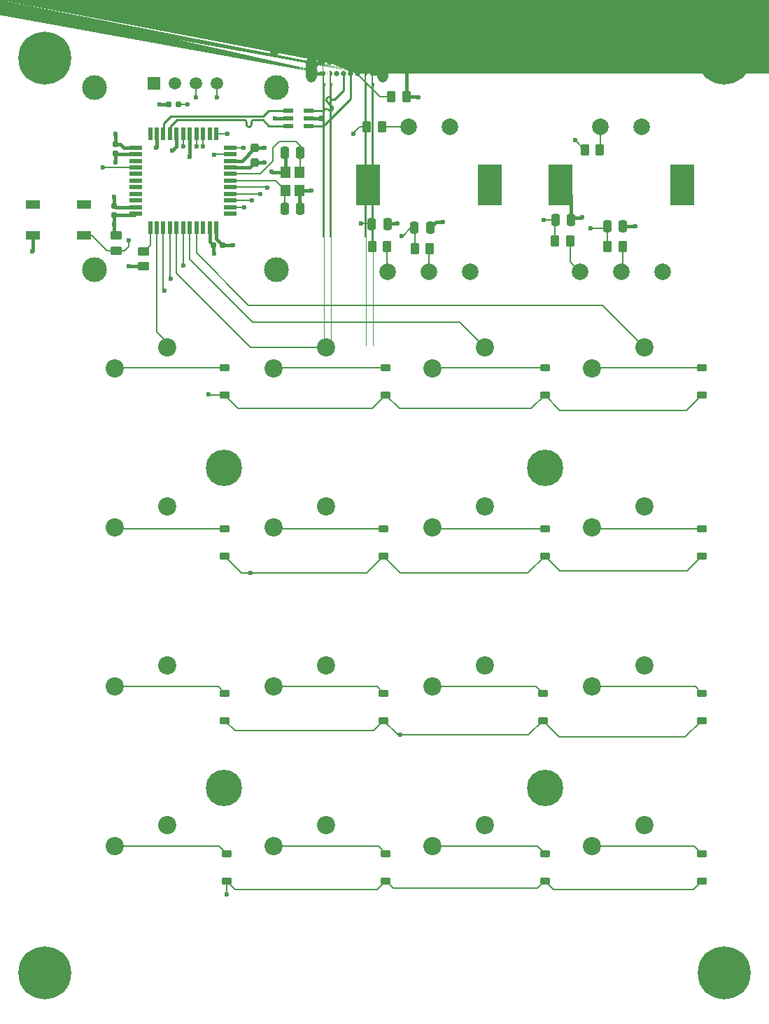
<source format=gbr>
%TF.GenerationSoftware,KiCad,Pcbnew,9.0.0*%
%TF.CreationDate,2025-06-12T15:56:33-06:00*%
%TF.ProjectId,final_macropad,66696e61-6c5f-46d6-9163-726f7061642e,rev?*%
%TF.SameCoordinates,Original*%
%TF.FileFunction,Copper,L4,Bot*%
%TF.FilePolarity,Positive*%
%FSLAX46Y46*%
G04 Gerber Fmt 4.6, Leading zero omitted, Abs format (unit mm)*
G04 Created by KiCad (PCBNEW 9.0.0) date 2025-06-12 15:56:33*
%MOMM*%
%LPD*%
G01*
G04 APERTURE LIST*
G04 Aperture macros list*
%AMRoundRect*
0 Rectangle with rounded corners*
0 $1 Rounding radius*
0 $2 $3 $4 $5 $6 $7 $8 $9 X,Y pos of 4 corners*
0 Add a 4 corners polygon primitive as box body*
4,1,4,$2,$3,$4,$5,$6,$7,$8,$9,$2,$3,0*
0 Add four circle primitives for the rounded corners*
1,1,$1+$1,$2,$3*
1,1,$1+$1,$4,$5*
1,1,$1+$1,$6,$7*
1,1,$1+$1,$8,$9*
0 Add four rect primitives between the rounded corners*
20,1,$1+$1,$2,$3,$4,$5,0*
20,1,$1+$1,$4,$5,$6,$7,0*
20,1,$1+$1,$6,$7,$8,$9,0*
20,1,$1+$1,$8,$9,$2,$3,0*%
%AMFreePoly0*
4,1,121,0.057437,0.323981,0.058316,0.323824,0.113316,0.308824,0.114166,0.308506,0.166166,0.283506,0.166873,0.283092,0.213873,0.250092,0.214579,0.249492,0.254579,0.208492,0.255133,0.207814,0.287133,0.160814,0.287573,0.160023,0.310573,0.108023,0.310851,0.107213,0.324851,0.051213,0.324988,0.050350,0.328988,-0.006650,0.328973,-0.007523,0.322973,-0.064523,0.322801,-0.065397,
0.306801,-0.120397,0.306455,-0.121271,0.280455,-0.172271,0.280021,-0.172972,0.246021,-0.218972,0.245402,-0.219664,0.203402,-0.258664,0.202695,-0.259211,0.155000,-0.289735,0.155000,-1.060082,0.202707,-1.090796,0.203402,-1.091336,0.245402,-1.130336,0.246021,-1.131028,0.280021,-1.177028,0.280455,-1.177729,0.306455,-1.228729,0.306801,-1.229603,0.322801,-1.284603,0.322973,-1.285477,
0.328973,-1.342477,0.328988,-1.343350,0.324988,-1.400350,0.324851,-1.401213,0.310851,-1.457213,0.310573,-1.458023,0.287573,-1.510023,0.287133,-1.510814,0.255133,-1.557814,0.254579,-1.558492,0.214579,-1.599492,0.213873,-1.600092,0.166873,-1.633092,0.166166,-1.633506,0.114166,-1.658506,0.113316,-1.658824,0.058316,-1.673824,0.057437,-1.673981,0.000437,-1.678981,-0.000437,-1.678981,
-0.057437,-1.673981,-0.058316,-1.673824,-0.113316,-1.658824,-0.114166,-1.658506,-0.166166,-1.633506,-0.166873,-1.633092,-0.213873,-1.600092,-0.214579,-1.599492,-0.254579,-1.558492,-0.255133,-1.557814,-0.287133,-1.510814,-0.287573,-1.510023,-0.310573,-1.458023,-0.310851,-1.457213,-0.324851,-1.401213,-0.324988,-1.400350,-0.328988,-1.343350,-0.328973,-1.342477,-0.322973,-1.285477,-0.322801,-1.284603,
-0.306801,-1.229603,-0.306455,-1.228729,-0.280455,-1.177729,-0.280021,-1.177028,-0.246021,-1.131028,-0.245402,-1.130336,-0.203402,-1.091336,-0.202695,-1.090789,-0.155000,-1.060264,-0.155000,-0.289735,-0.202695,-0.259211,-0.203402,-0.258664,-0.245402,-0.219664,-0.246021,-0.218972,-0.280021,-0.172972,-0.280455,-0.172271,-0.306455,-0.121271,-0.306801,-0.120397,-0.322801,-0.065397,-0.322973,-0.064523,
-0.328973,-0.007523,-0.328988,-0.006650,-0.324988,0.050350,-0.324851,0.051213,-0.310851,0.107213,-0.310573,0.108023,-0.287573,0.160023,-0.287133,0.160814,-0.255133,0.207814,-0.254579,0.208492,-0.214579,0.249492,-0.213873,0.250092,-0.166873,0.283092,-0.166166,0.283506,-0.114166,0.308506,-0.113316,0.308824,-0.058316,0.323824,-0.057437,0.323981,-0.000437,0.328981,0.000437,0.328981,
0.057437,0.323981,0.057437,0.323981,$1*%
%AMFreePoly1*
4,1,121,0.057437,0.323981,0.058316,0.323824,0.113316,0.308824,0.114166,0.308506,0.166166,0.283506,0.166873,0.283092,0.213873,0.250092,0.214579,0.249492,0.254579,0.208492,0.255133,0.207814,0.287133,0.160814,0.287573,0.160023,0.310573,0.108023,0.310851,0.107213,0.324851,0.051213,0.324988,0.050350,0.328988,-0.006650,0.328973,-0.007523,0.322973,-0.064523,0.322801,-0.065397,
0.306801,-0.120397,0.306455,-0.121271,0.280455,-0.172271,0.280021,-0.172972,0.246021,-0.218972,0.245402,-0.219664,0.203402,-0.258664,0.202695,-0.259211,0.155000,-0.289735,0.155000,-1.060264,0.202695,-1.090789,0.203402,-1.091336,0.245402,-1.130336,0.246021,-1.131028,0.280021,-1.177028,0.280455,-1.177729,0.306455,-1.228729,0.306801,-1.229603,0.322801,-1.284603,0.322973,-1.285477,
0.328973,-1.342477,0.328988,-1.343350,0.324988,-1.400350,0.324851,-1.401213,0.310851,-1.457213,0.310573,-1.458023,0.287573,-1.510023,0.287133,-1.510814,0.255133,-1.557814,0.254579,-1.558492,0.214579,-1.599492,0.213873,-1.600092,0.166873,-1.633092,0.166166,-1.633506,0.114166,-1.658506,0.113316,-1.658824,0.058316,-1.673824,0.057437,-1.673981,0.000437,-1.678981,-0.000437,-1.678981,
-0.057437,-1.673981,-0.058316,-1.673824,-0.113316,-1.658824,-0.114166,-1.658506,-0.166166,-1.633506,-0.166873,-1.633092,-0.213873,-1.600092,-0.214579,-1.599492,-0.254579,-1.558492,-0.255133,-1.557814,-0.287133,-1.510814,-0.287573,-1.510023,-0.310573,-1.458023,-0.310851,-1.457213,-0.324851,-1.401213,-0.324988,-1.400350,-0.328988,-1.343350,-0.328973,-1.342477,-0.322973,-1.285477,-0.322801,-1.284603,
-0.306801,-1.229603,-0.306455,-1.228729,-0.280455,-1.177729,-0.280021,-1.177028,-0.246021,-1.131028,-0.245402,-1.130336,-0.203402,-1.091336,-0.202695,-1.090789,-0.155000,-1.060264,-0.155000,-0.289735,-0.202695,-0.259211,-0.203402,-0.258664,-0.245402,-0.219664,-0.246021,-0.218972,-0.280021,-0.172972,-0.280455,-0.172271,-0.306455,-0.121271,-0.306801,-0.120397,-0.322801,-0.065397,-0.322973,-0.064523,
-0.328973,-0.007523,-0.328988,-0.006650,-0.324988,0.050350,-0.324851,0.051213,-0.310851,0.107213,-0.310573,0.108023,-0.287573,0.160023,-0.287133,0.160814,-0.255133,0.207814,-0.254579,0.208492,-0.214579,0.249492,-0.213873,0.250092,-0.166873,0.283092,-0.166166,0.283506,-0.114166,0.308506,-0.113316,0.308824,-0.058316,0.323824,-0.057437,0.323981,-0.000437,0.328981,0.000437,0.328981,
0.057437,0.323981,0.057437,0.323981,$1*%
G04 Aperture macros list end*
%TA.AperFunction,ComponentPad*%
%ADD10C,0.800000*%
%TD*%
%TA.AperFunction,ComponentPad*%
%ADD11C,6.400000*%
%TD*%
%TA.AperFunction,ComponentPad*%
%ADD12C,2.000000*%
%TD*%
%TA.AperFunction,ComponentPad*%
%ADD13R,3.000000X5.000000*%
%TD*%
%TA.AperFunction,ComponentPad*%
%ADD14C,2.200000*%
%TD*%
%TA.AperFunction,ComponentPad*%
%ADD15C,4.400000*%
%TD*%
%TA.AperFunction,ComponentPad*%
%ADD16R,1.508000X1.508000*%
%TD*%
%TA.AperFunction,ComponentPad*%
%ADD17C,1.508000*%
%TD*%
%TA.AperFunction,ComponentPad*%
%ADD18C,3.000000*%
%TD*%
%TA.AperFunction,ComponentPad*%
%ADD19FreePoly0,180.000000*%
%TD*%
%TA.AperFunction,ComponentPad*%
%ADD20C,0.648000*%
%TD*%
%TA.AperFunction,ComponentPad*%
%ADD21FreePoly1,180.000000*%
%TD*%
%TA.AperFunction,ComponentPad*%
%ADD22O,1.300000X2.500000*%
%TD*%
%TA.AperFunction,ComponentPad*%
%ADD23O,1.300000X3.200000*%
%TD*%
%TA.AperFunction,SMDPad,CuDef*%
%ADD24RoundRect,0.250000X0.250000X0.475000X-0.250000X0.475000X-0.250000X-0.475000X0.250000X-0.475000X0*%
%TD*%
%TA.AperFunction,SMDPad,CuDef*%
%ADD25RoundRect,0.250000X-0.250000X-0.475000X0.250000X-0.475000X0.250000X0.475000X-0.250000X0.475000X0*%
%TD*%
%TA.AperFunction,SMDPad,CuDef*%
%ADD26RoundRect,0.237500X-0.237500X0.300000X-0.237500X-0.300000X0.237500X-0.300000X0.237500X0.300000X0*%
%TD*%
%TA.AperFunction,SMDPad,CuDef*%
%ADD27RoundRect,0.250000X-0.262500X-0.450000X0.262500X-0.450000X0.262500X0.450000X-0.262500X0.450000X0*%
%TD*%
%TA.AperFunction,SMDPad,CuDef*%
%ADD28RoundRect,0.225000X0.375000X-0.225000X0.375000X0.225000X-0.375000X0.225000X-0.375000X-0.225000X0*%
%TD*%
%TA.AperFunction,SMDPad,CuDef*%
%ADD29RoundRect,0.155000X-0.155000X0.212500X-0.155000X-0.212500X0.155000X-0.212500X0.155000X0.212500X0*%
%TD*%
%TA.AperFunction,SMDPad,CuDef*%
%ADD30R,0.550000X1.500000*%
%TD*%
%TA.AperFunction,SMDPad,CuDef*%
%ADD31R,1.500000X0.550000*%
%TD*%
%TA.AperFunction,SMDPad,CuDef*%
%ADD32RoundRect,0.155000X-0.212500X-0.155000X0.212500X-0.155000X0.212500X0.155000X-0.212500X0.155000X0*%
%TD*%
%TA.AperFunction,SMDPad,CuDef*%
%ADD33R,1.803400X1.092200*%
%TD*%
%TA.AperFunction,SMDPad,CuDef*%
%ADD34RoundRect,0.250000X0.262500X0.450000X-0.262500X0.450000X-0.262500X-0.450000X0.262500X-0.450000X0*%
%TD*%
%TA.AperFunction,SMDPad,CuDef*%
%ADD35RoundRect,0.073750X-0.531250X-0.221250X0.531250X-0.221250X0.531250X0.221250X-0.531250X0.221250X0*%
%TD*%
%TA.AperFunction,SMDPad,CuDef*%
%ADD36RoundRect,0.155000X0.155000X-0.212500X0.155000X0.212500X-0.155000X0.212500X-0.155000X-0.212500X0*%
%TD*%
%TA.AperFunction,SMDPad,CuDef*%
%ADD37RoundRect,0.250000X-0.450000X0.262500X-0.450000X-0.262500X0.450000X-0.262500X0.450000X0.262500X0*%
%TD*%
%TA.AperFunction,SMDPad,CuDef*%
%ADD38RoundRect,0.155000X0.212500X0.155000X-0.212500X0.155000X-0.212500X-0.155000X0.212500X-0.155000X0*%
%TD*%
%TA.AperFunction,SMDPad,CuDef*%
%ADD39R,1.200000X1.400000*%
%TD*%
%TA.AperFunction,ViaPad*%
%ADD40C,0.600000*%
%TD*%
%TA.AperFunction,ViaPad*%
%ADD41C,0.762000*%
%TD*%
%TA.AperFunction,Conductor*%
%ADD42C,0.200000*%
%TD*%
%TA.AperFunction,Conductor*%
%ADD43C,0.381000*%
%TD*%
%TA.AperFunction,Conductor*%
%ADD44C,0.254000*%
%TD*%
G04 APERTURE END LIST*
D10*
%TO.P,H3,1,1*%
%TO.N,GND*%
X30600000Y-140052944D03*
X31302944Y-138355888D03*
X31302944Y-141750000D03*
X33000000Y-137652944D03*
D11*
X33000000Y-140052944D03*
D10*
X33000000Y-142452944D03*
X34697056Y-138355888D03*
X34697056Y-141750000D03*
X35400000Y-140052944D03*
%TD*%
D12*
%TO.P,S17,1,1*%
%TO.N,Net-(R7-Pad2)*%
X100250000Y-37750000D03*
%TO.P,S17,2,2*%
%TO.N,GND*%
X105250000Y-37750000D03*
%TO.P,S17,A,CHANNEL_A*%
%TO.N,Net-(S17-CHANNEL_A)*%
X97750000Y-55250000D03*
%TO.P,S17,B,CHANNEL_B*%
%TO.N,Net-(S17-CHANNEL_B)*%
X102750000Y-55250000D03*
%TO.P,S17,C,COMMON*%
%TO.N,GND*%
X107750000Y-55250000D03*
D13*
%TO.P,S17,S1,SHIELD*%
X95400000Y-44750000D03*
%TO.P,S17,S2,SHIELD*%
X110100000Y-44750000D03*
%TD*%
D10*
%TO.P,H4,1,1*%
%TO.N,GND*%
X112850000Y-140052944D03*
X113552944Y-138355888D03*
X113552944Y-141750000D03*
X115250000Y-137652944D03*
D11*
X115250000Y-140052944D03*
D10*
X115250000Y-142452944D03*
X116947056Y-138355888D03*
X116947056Y-141750000D03*
X117650000Y-140052944D03*
%TD*%
D14*
%TO.P,S3,1,1*%
%TO.N,COL 2*%
X86290000Y-64380000D03*
%TO.P,S3,2,2*%
%TO.N,Net-(D3-A)*%
X79940000Y-66920000D03*
%TD*%
%TO.P,S14,1,1*%
%TO.N,COL 1*%
X67040000Y-122170000D03*
%TO.P,S14,2,2*%
%TO.N,Net-(D14-A)*%
X60690000Y-124710000D03*
%TD*%
%TO.P,S6,1,1*%
%TO.N,COL 1*%
X67040000Y-83630000D03*
%TO.P,S6,2,2*%
%TO.N,Net-(D6-A)*%
X60690000Y-86170000D03*
%TD*%
D15*
%TO.P,H8,1,1*%
%TO.N,GND*%
X93570000Y-117710000D03*
%TD*%
%TO.P,H5,1,1*%
%TO.N,GND*%
X54670000Y-78960000D03*
%TD*%
D14*
%TO.P,S7,1,1*%
%TO.N,COL 2*%
X86290000Y-83630000D03*
%TO.P,S7,2,2*%
%TO.N,Net-(D7-A)*%
X79940000Y-86170000D03*
%TD*%
%TO.P,S4,1,1*%
%TO.N,COL 3*%
X105540000Y-64380000D03*
%TO.P,S4,2,2*%
%TO.N,Net-(D4-A)*%
X99190000Y-66920000D03*
%TD*%
%TO.P,S8,1,1*%
%TO.N,COL 3*%
X105540000Y-83630000D03*
%TO.P,S8,2,2*%
%TO.N,Net-(D8-A)*%
X99190000Y-86170000D03*
%TD*%
D10*
%TO.P,H1,1,1*%
%TO.N,GND*%
X30600000Y-29447056D03*
X31302944Y-27750000D03*
X31302944Y-31144112D03*
X33000000Y-27047056D03*
D11*
X33000000Y-29447056D03*
D10*
X33000000Y-31847056D03*
X34697056Y-27750000D03*
X34697056Y-31144112D03*
X35400000Y-29447056D03*
%TD*%
D15*
%TO.P,H6,1,1*%
%TO.N,GND*%
X54670000Y-117710000D03*
%TD*%
D14*
%TO.P,S5,1,1*%
%TO.N,COL 0*%
X47790000Y-83630000D03*
%TO.P,S5,2,2*%
%TO.N,Net-(D5-A)*%
X41440000Y-86170000D03*
%TD*%
%TO.P,S1,1,1*%
%TO.N,COL 0*%
X47790000Y-64380000D03*
%TO.P,S1,2,2*%
%TO.N,Net-(D1-A)*%
X41440000Y-66920000D03*
%TD*%
%TO.P,S10,1,1*%
%TO.N,COL 1*%
X67040000Y-102880000D03*
%TO.P,S10,2,2*%
%TO.N,Net-(D10-A)*%
X60690000Y-105420000D03*
%TD*%
D15*
%TO.P,H7,1,1*%
%TO.N,GND*%
X93570000Y-78960000D03*
%TD*%
D10*
%TO.P,H2,1,1*%
%TO.N,GND*%
X112850000Y-29447056D03*
X113552944Y-27750000D03*
X113552944Y-31144112D03*
X115250000Y-27047056D03*
D11*
X115250000Y-29447056D03*
D10*
X115250000Y-31847056D03*
X116947056Y-27750000D03*
X116947056Y-31144112D03*
X117650000Y-29447056D03*
%TD*%
D14*
%TO.P,S12,1,1*%
%TO.N,COL 3*%
X105540000Y-102880000D03*
%TO.P,S12,2,2*%
%TO.N,Net-(D12-A)*%
X99190000Y-105420000D03*
%TD*%
D16*
%TO.P,U3,1,GND*%
%TO.N,GND*%
X46190000Y-32500000D03*
D17*
%TO.P,U3,2,VCC_IN*%
%TO.N,5V*%
X48730000Y-32500000D03*
%TO.P,U3,3,SCL*%
%TO.N,SCL*%
X51270000Y-32500000D03*
%TO.P,U3,4,SDA*%
%TO.N,SDA*%
X53810000Y-32500000D03*
D18*
%TO.P,U3,S1*%
%TO.N,GND*%
X39000000Y-33000000D03*
%TO.P,U3,S2*%
X61000000Y-33000000D03*
%TO.P,U3,S3*%
X61000000Y-55000000D03*
%TO.P,U3,S4*%
X39000000Y-55000000D03*
%TD*%
D14*
%TO.P,S2,1,1*%
%TO.N,COL 1*%
X67040000Y-64380000D03*
%TO.P,S2,2,2*%
%TO.N,Net-(D2-A)*%
X60690000Y-66920000D03*
%TD*%
%TO.P,S9,1,1*%
%TO.N,COL 0*%
X47790000Y-102880000D03*
%TO.P,S9,2,2*%
%TO.N,Net-(D9-A)*%
X41440000Y-105420000D03*
%TD*%
D19*
%TO.P,J2,A1,GND1*%
%TO.N,GND*%
X72571000Y-31272000D03*
%TO.P,J2,A4,VBUS1*%
%TO.N,VBUS+*%
X71721000Y-31272000D03*
D20*
%TO.P,J2,A5,CC1*%
%TO.N,Net-(J2-CC1)*%
X70871000Y-31272000D03*
%TO.P,J2,A6,DA+*%
%TO.N,USB_D+*%
X70021000Y-31272000D03*
%TO.P,J2,A7,DA-*%
%TO.N,USB_D-*%
X69171000Y-31272000D03*
%TO.P,J2,A8,SBU1*%
%TO.N,unconnected-(J2-SBU1-PadA8)*%
X68321000Y-31272000D03*
D21*
%TO.P,J2,A9,VBUS2*%
%TO.N,VBUS+*%
X67471000Y-31272000D03*
D19*
%TO.P,J2,A12,GND2*%
%TO.N,GND*%
X66621000Y-31272000D03*
D20*
%TO.P,J2,B1,GND3*%
X66621000Y-29922000D03*
%TO.P,J2,B4,VBUS3*%
%TO.N,VBUS+*%
X67471000Y-29922000D03*
%TO.P,J2,B5,CC2*%
%TO.N,Net-(J2-CC2)*%
X68321000Y-29922000D03*
%TO.P,J2,B6,DB+*%
%TO.N,USB_D+*%
X69171000Y-29922000D03*
%TO.P,J2,B7,DB-*%
%TO.N,USB_D-*%
X70021000Y-29922000D03*
%TO.P,J2,B8,SBU2*%
%TO.N,unconnected-(J2-SBU2-PadB8)*%
X70871000Y-29922000D03*
%TO.P,J2,B9,VBUS4*%
%TO.N,VBUS+*%
X71721000Y-29922000D03*
%TO.P,J2,B12,GND4*%
%TO.N,GND*%
X72571000Y-29922000D03*
D22*
%TO.P,J2,SH1,SHIELD1*%
X73916000Y-26622000D03*
%TO.P,J2,SH2,SHIELD2*%
X65276000Y-26622000D03*
D23*
%TO.P,J2,SH3,SHIELD3*%
X73916000Y-30772000D03*
%TO.P,J2,SH4,SHIELD4*%
X65276000Y-30772000D03*
%TD*%
D14*
%TO.P,S15,1,1*%
%TO.N,COL 2*%
X86290000Y-122170000D03*
%TO.P,S15,2,2*%
%TO.N,Net-(D15-A)*%
X79940000Y-124710000D03*
%TD*%
D12*
%TO.P,S18,1,1*%
%TO.N,Net-(R10-Pad2)*%
X77000000Y-37750000D03*
%TO.P,S18,2,2*%
%TO.N,GND*%
X82000000Y-37750000D03*
%TO.P,S18,A,CHANNEL_A*%
%TO.N,Net-(S18-CHANNEL_A)*%
X74500000Y-55250000D03*
%TO.P,S18,B,CHANNEL_B*%
%TO.N,Net-(S18-CHANNEL_B)*%
X79500000Y-55250000D03*
%TO.P,S18,C,COMMON*%
%TO.N,GND*%
X84500000Y-55250000D03*
D13*
%TO.P,S18,S1,SHIELD*%
X72150000Y-44750000D03*
%TO.P,S18,S2,SHIELD*%
X86850000Y-44750000D03*
%TD*%
D14*
%TO.P,S16,1,1*%
%TO.N,COL 3*%
X105540000Y-122170000D03*
%TO.P,S16,2,2*%
%TO.N,Net-(D16-A)*%
X99190000Y-124710000D03*
%TD*%
%TO.P,S13,1,1*%
%TO.N,COL 0*%
X47790000Y-122170000D03*
%TO.P,S13,2,2*%
%TO.N,Net-(D13-A)*%
X41440000Y-124710000D03*
%TD*%
%TO.P,S11,1,1*%
%TO.N,COL 2*%
X86290000Y-102880000D03*
%TO.P,S11,2,2*%
%TO.N,Net-(D11-A)*%
X79940000Y-105420000D03*
%TD*%
D24*
%TO.P,C6,1*%
%TO.N,GND*%
X63942000Y-47625000D03*
%TO.P,C6,2*%
%TO.N,Net-(U1-XTAL1)*%
X62042000Y-47625000D03*
%TD*%
D25*
%TO.P,C7,1*%
%TO.N,GND*%
X62042000Y-40894000D03*
%TO.P,C7,2*%
%TO.N,Net-(U1-XTAL2)*%
X63942000Y-40894000D03*
%TD*%
D26*
%TO.P,C5,1*%
%TO.N,5V*%
X58420000Y-40312000D03*
%TO.P,C5,2*%
%TO.N,GND*%
X58420000Y-42037000D03*
%TD*%
D27*
%TO.P,R10,1*%
%TO.N,SW1*%
X71985500Y-37719000D03*
%TO.P,R10,2*%
%TO.N,Net-(R10-Pad2)*%
X73810500Y-37719000D03*
%TD*%
D28*
%TO.P,D9,1,K*%
%TO.N,ROW 2*%
X54750000Y-109500000D03*
%TO.P,D9,2,A*%
%TO.N,Net-(D9-A)*%
X54750000Y-106200000D03*
%TD*%
D25*
%TO.P,C11,1*%
%TO.N,ROTB1*%
X77712500Y-49962500D03*
%TO.P,C11,2*%
%TO.N,GND*%
X79612500Y-49962500D03*
%TD*%
D28*
%TO.P,D7,1,K*%
%TO.N,ROW 1*%
X93500000Y-89650000D03*
%TO.P,D7,2,A*%
%TO.N,Net-(D7-A)*%
X93500000Y-86350000D03*
%TD*%
D29*
%TO.P,C3,1*%
%TO.N,5V*%
X41529000Y-39818500D03*
%TO.P,C3,2*%
%TO.N,GND*%
X41529000Y-40953500D03*
%TD*%
D27*
%TO.P,R8,1*%
%TO.N,ROTA1*%
X72587500Y-52250000D03*
%TO.P,R8,2*%
%TO.N,Net-(S18-CHANNEL_A)*%
X74412500Y-52250000D03*
%TD*%
%TO.P,R7,1*%
%TO.N,SW0*%
X98337500Y-40500000D03*
%TO.P,R7,2*%
%TO.N,Net-(R7-Pad2)*%
X100162500Y-40500000D03*
%TD*%
D28*
%TO.P,D1,1,K*%
%TO.N,ROW 0*%
X54750000Y-70150000D03*
%TO.P,D1,2,A*%
%TO.N,Net-(D1-A)*%
X54750000Y-66850000D03*
%TD*%
D30*
%TO.P,U1,1,PE6*%
%TO.N,unconnected-(U1-PE6-Pad1)*%
X45750000Y-38550000D03*
%TO.P,U1,2,UVCC*%
%TO.N,5V*%
X46550000Y-38550000D03*
%TO.P,U1,3,D-*%
%TO.N,MPU_USB_D-*%
X47350000Y-38550000D03*
%TO.P,U1,4,D+*%
%TO.N,MPU_USB_D+*%
X48150000Y-38550000D03*
%TO.P,U1,5,UGND*%
%TO.N,GND*%
X48950000Y-38550000D03*
%TO.P,U1,6,UCAP*%
%TO.N,Net-(U1-UCAP)*%
X49750000Y-38550000D03*
%TO.P,U1,7,VBUS*%
%TO.N,5V*%
X50550000Y-38550000D03*
%TO.P,U1,8,PB0*%
%TO.N,SCL*%
X51350000Y-38550000D03*
%TO.P,U1,9,PB1*%
%TO.N,SDA*%
X52150000Y-38550000D03*
%TO.P,U1,10,PB2*%
%TO.N,unconnected-(U1-PB2-Pad10)*%
X52950000Y-38550000D03*
%TO.P,U1,11,PB3*%
%TO.N,SW1*%
X53750000Y-38550000D03*
D31*
%TO.P,U1,12,PB7*%
%TO.N,SW0*%
X55450000Y-40250000D03*
%TO.P,U1,13,~{RESET}*%
%TO.N,Net-(U1-~{RESET})*%
X55450000Y-41050000D03*
%TO.P,U1,14,VCC*%
%TO.N,5V*%
X55450000Y-41850000D03*
%TO.P,U1,15,GND*%
%TO.N,GND*%
X55450000Y-42650000D03*
%TO.P,U1,16,XTAL2*%
%TO.N,Net-(U1-XTAL2)*%
X55450000Y-43450000D03*
%TO.P,U1,17,XTAL1*%
%TO.N,Net-(U1-XTAL1)*%
X55450000Y-44250000D03*
%TO.P,U1,18,PD0*%
%TO.N,ROTA0*%
X55450000Y-45050000D03*
%TO.P,U1,19,PD1*%
%TO.N,ROTA1*%
X55450000Y-45850000D03*
%TO.P,U1,20,PD2*%
%TO.N,ROTB0*%
X55450000Y-46650000D03*
%TO.P,U1,21,PD3*%
%TO.N,ROTB1*%
X55450000Y-47450000D03*
%TO.P,U1,22,PD5*%
%TO.N,unconnected-(U1-PD5-Pad22)*%
X55450000Y-48250000D03*
D30*
%TO.P,U1,23,GND*%
%TO.N,GND*%
X53750000Y-49950000D03*
%TO.P,U1,24,AVCC*%
%TO.N,5V*%
X52950000Y-49950000D03*
%TO.P,U1,25,PD4*%
%TO.N,unconnected-(U1-PD4-Pad25)*%
X52150000Y-49950000D03*
%TO.P,U1,26,PD6*%
%TO.N,COL 3*%
X51350000Y-49950000D03*
%TO.P,U1,27,PD7*%
%TO.N,COL 2*%
X50550000Y-49950000D03*
%TO.P,U1,28,PB4*%
%TO.N,ROW 2*%
X49750000Y-49950000D03*
%TO.P,U1,29,PB5*%
%TO.N,COL 1*%
X48950000Y-49950000D03*
%TO.P,U1,30,PB6*%
%TO.N,ROW 1*%
X48150000Y-49950000D03*
%TO.P,U1,31,PC6*%
%TO.N,ROW 0*%
X47350000Y-49950000D03*
%TO.P,U1,32,PC7*%
%TO.N,COL 0*%
X46550000Y-49950000D03*
%TO.P,U1,33,~{HWB}/PE2*%
%TO.N,Net-(U1-~{HWB}{slash}PE2)*%
X45750000Y-49950000D03*
D31*
%TO.P,U1,34,VCC*%
%TO.N,5V*%
X44050000Y-48250000D03*
%TO.P,U1,35,GND*%
%TO.N,GND*%
X44050000Y-47450000D03*
%TO.P,U1,36,PF7*%
%TO.N,unconnected-(U1-PF7-Pad36)*%
X44050000Y-46650000D03*
%TO.P,U1,37,PF6*%
%TO.N,unconnected-(U1-PF6-Pad37)*%
X44050000Y-45850000D03*
%TO.P,U1,38,PF5*%
%TO.N,unconnected-(U1-PF5-Pad38)*%
X44050000Y-45050000D03*
%TO.P,U1,39,PF4*%
%TO.N,unconnected-(U1-PF4-Pad39)*%
X44050000Y-44250000D03*
%TO.P,U1,40,PF1*%
%TO.N,unconnected-(U1-PF1-Pad40)*%
X44050000Y-43450000D03*
%TO.P,U1,41,PF0*%
%TO.N,ROW 3*%
X44050000Y-42650000D03*
%TO.P,U1,42,AREF*%
%TO.N,unconnected-(U1-AREF-Pad42)*%
X44050000Y-41850000D03*
%TO.P,U1,43,GND*%
%TO.N,GND*%
X44050000Y-41050000D03*
%TO.P,U1,44,AVCC*%
%TO.N,5V*%
X44050000Y-40250000D03*
%TD*%
D28*
%TO.P,D13,1,K*%
%TO.N,ROW 3*%
X55000000Y-128900000D03*
%TO.P,D13,2,A*%
%TO.N,Net-(D13-A)*%
X55000000Y-125600000D03*
%TD*%
%TO.P,D8,1,K*%
%TO.N,ROW 1*%
X112500000Y-89650000D03*
%TO.P,D8,2,A*%
%TO.N,Net-(D8-A)*%
X112500000Y-86350000D03*
%TD*%
D27*
%TO.P,R9,1*%
%TO.N,ROTB1*%
X77750000Y-52462500D03*
%TO.P,R9,2*%
%TO.N,Net-(S18-CHANNEL_B)*%
X79575000Y-52462500D03*
%TD*%
D28*
%TO.P,D15,1,K*%
%TO.N,ROW 3*%
X93500000Y-128900000D03*
%TO.P,D15,2,A*%
%TO.N,Net-(D15-A)*%
X93500000Y-125600000D03*
%TD*%
%TO.P,D2,1,K*%
%TO.N,ROW 0*%
X74250000Y-70150000D03*
%TO.P,D2,2,A*%
%TO.N,Net-(D2-A)*%
X74250000Y-66850000D03*
%TD*%
%TO.P,D16,1,K*%
%TO.N,ROW 3*%
X112500000Y-128900000D03*
%TO.P,D16,2,A*%
%TO.N,Net-(D16-A)*%
X112500000Y-125600000D03*
%TD*%
D32*
%TO.P,C4,1*%
%TO.N,5V*%
X53407500Y-52070000D03*
%TO.P,C4,2*%
%TO.N,GND*%
X54542500Y-52070000D03*
%TD*%
D28*
%TO.P,D4,1,K*%
%TO.N,ROW 0*%
X112500000Y-70150000D03*
%TO.P,D4,2,A*%
%TO.N,Net-(D4-A)*%
X112500000Y-66850000D03*
%TD*%
D33*
%TO.P,SW1,1,1*%
%TO.N,unconnected-(SW1-Pad1)*%
X37770999Y-47128151D03*
%TO.P,SW1,2,2*%
%TO.N,unconnected-(SW1-Pad2)*%
X31571001Y-47128151D03*
%TO.P,SW1,3,3*%
%TO.N,Net-(U1-~{RESET})*%
X37770999Y-50828149D03*
%TO.P,SW1,4,4*%
%TO.N,GND*%
X31571001Y-50828149D03*
%TD*%
D25*
%TO.P,C10,1*%
%TO.N,ROTA1*%
X72550000Y-49500000D03*
%TO.P,C10,2*%
%TO.N,GND*%
X74450000Y-49500000D03*
%TD*%
D28*
%TO.P,D3,1,K*%
%TO.N,ROW 0*%
X93500000Y-70150000D03*
%TO.P,D3,2,A*%
%TO.N,Net-(D3-A)*%
X93500000Y-66850000D03*
%TD*%
D34*
%TO.P,R12,1*%
%TO.N,Net-(J2-CC2)*%
X62634500Y-28321000D03*
%TO.P,R12,2*%
%TO.N,GND*%
X60809500Y-28321000D03*
%TD*%
D27*
%TO.P,R5,1*%
%TO.N,ROTA0*%
X94750000Y-51522000D03*
%TO.P,R5,2*%
%TO.N,Net-(S17-CHANNEL_A)*%
X96575000Y-51522000D03*
%TD*%
D35*
%TO.P,U2,1*%
%TO.N,MPU_USB_D+*%
X62428000Y-37653000D03*
%TO.P,U2,2*%
%TO.N,GND*%
X62428000Y-36703000D03*
%TO.P,U2,3*%
%TO.N,MPU_USB_D-*%
X62428000Y-35753000D03*
%TO.P,U2,4*%
%TO.N,USB_D-*%
X64938000Y-35753000D03*
%TO.P,U2,5*%
%TO.N,VBUS+*%
X64938000Y-36703000D03*
%TO.P,U2,6*%
%TO.N,USB_D+*%
X64938000Y-37653000D03*
%TD*%
D36*
%TO.P,C2,1*%
%TO.N,5V*%
X41402000Y-48446500D03*
%TO.P,C2,2*%
%TO.N,GND*%
X41402000Y-47311500D03*
%TD*%
D28*
%TO.P,D12,1,K*%
%TO.N,ROW 2*%
X112500000Y-109500000D03*
%TO.P,D12,2,A*%
%TO.N,Net-(D12-A)*%
X112500000Y-106200000D03*
%TD*%
%TO.P,D5,1,K*%
%TO.N,ROW 1*%
X54750000Y-89650000D03*
%TO.P,D5,2,A*%
%TO.N,Net-(D5-A)*%
X54750000Y-86350000D03*
%TD*%
%TO.P,D14,1,K*%
%TO.N,ROW 3*%
X74250000Y-128900000D03*
%TO.P,D14,2,A*%
%TO.N,Net-(D14-A)*%
X74250000Y-125600000D03*
%TD*%
D37*
%TO.P,R4,1*%
%TO.N,5V*%
X41656000Y-50903500D03*
%TO.P,R4,2*%
%TO.N,Net-(U1-~{RESET})*%
X41656000Y-52728500D03*
%TD*%
%TO.P,R1,1*%
%TO.N,Net-(U1-~{HWB}{slash}PE2)*%
X44958000Y-52808500D03*
%TO.P,R1,2*%
%TO.N,GND*%
X44958000Y-54633500D03*
%TD*%
D28*
%TO.P,D10,1,K*%
%TO.N,ROW 2*%
X74000000Y-109500000D03*
%TO.P,D10,2,A*%
%TO.N,Net-(D10-A)*%
X74000000Y-106200000D03*
%TD*%
D38*
%TO.P,C1,1*%
%TO.N,Net-(U1-UCAP)*%
X49149000Y-35052000D03*
%TO.P,C1,2*%
%TO.N,GND*%
X48014000Y-35052000D03*
%TD*%
D28*
%TO.P,D6,1,K*%
%TO.N,ROW 1*%
X74000000Y-89650000D03*
%TO.P,D6,2,A*%
%TO.N,Net-(D6-A)*%
X74000000Y-86350000D03*
%TD*%
%TO.P,D11,1,K*%
%TO.N,ROW 2*%
X93250000Y-109500000D03*
%TO.P,D11,2,A*%
%TO.N,Net-(D11-A)*%
X93250000Y-106200000D03*
%TD*%
D27*
%TO.P,R6,1*%
%TO.N,ROTB0*%
X101087500Y-52250000D03*
%TO.P,R6,2*%
%TO.N,Net-(S17-CHANNEL_B)*%
X102912500Y-52250000D03*
%TD*%
D34*
%TO.P,R11,1*%
%TO.N,GND*%
X76758500Y-34122000D03*
%TO.P,R11,2*%
%TO.N,Net-(J2-CC1)*%
X74933500Y-34122000D03*
%TD*%
D39*
%TO.P,Y1,1,1*%
%TO.N,Net-(U1-XTAL1)*%
X62142000Y-45423000D03*
%TO.P,Y1,2,2*%
%TO.N,GND*%
X62142000Y-43223000D03*
%TO.P,Y1,3,3*%
%TO.N,Net-(U1-XTAL2)*%
X63842000Y-43223000D03*
%TO.P,Y1,4,4*%
%TO.N,GND*%
X63842000Y-45423000D03*
%TD*%
D25*
%TO.P,C8,1*%
%TO.N,ROTA0*%
X94800000Y-49022000D03*
%TO.P,C8,2*%
%TO.N,GND*%
X96700000Y-49022000D03*
%TD*%
%TO.P,C9,1*%
%TO.N,ROTB0*%
X101050000Y-49750000D03*
%TO.P,C9,2*%
%TO.N,GND*%
X102950000Y-49750000D03*
%TD*%
D40*
%TO.N,Net-(U1-UCAP)*%
X50232500Y-35052000D03*
X49784000Y-40132000D03*
%TO.N,GND*%
X60452000Y-43180000D03*
X41402000Y-46228000D03*
X55753000Y-52070000D03*
X60889000Y-36703000D03*
X75692000Y-49410000D03*
X60833000Y-26797000D03*
X41529000Y-42037000D03*
X59563000Y-42063500D03*
X98044000Y-48641000D03*
X43180000Y-54610000D03*
X46852500Y-35052000D03*
X31496000Y-52832000D03*
X81153000Y-49276000D03*
X78232000Y-34163000D03*
X65278000Y-45466000D03*
X104500000Y-49750000D03*
X48387000Y-40640000D03*
%TO.N,Net-(U1-~{RESET})*%
X53467000Y-41148000D03*
X43180000Y-51435000D03*
%TO.N,ROW 0*%
X47498000Y-57531000D03*
X52832000Y-70104000D03*
%TO.N,ROW 1*%
X57883000Y-91694000D03*
X48260000Y-56134000D03*
%TO.N,ROW 2*%
X49784000Y-54483000D03*
X76000000Y-111250000D03*
%TO.N,5V*%
X46500000Y-40250000D03*
X53467000Y-53086000D03*
X41402000Y-49530000D03*
X59563000Y-40285500D03*
X50546000Y-41402000D03*
X41529000Y-38608000D03*
%TO.N,SCL*%
X51308000Y-34163000D03*
X51350000Y-40132000D03*
%TO.N,SDA*%
X52150000Y-40132000D03*
X53848000Y-34163000D03*
%TO.N,SW0*%
X57023000Y-40259000D03*
X97155000Y-39370000D03*
%TO.N,ROTA0*%
X59944000Y-45085000D03*
X93345000Y-49022000D03*
%TO.N,ROTB0*%
X58102500Y-46672500D03*
X99000000Y-50000000D03*
%TO.N,ROTA1*%
X59055000Y-45847000D03*
X71247000Y-49410000D03*
%TO.N,ROTB1*%
X57150000Y-47450000D03*
X76200000Y-50927000D03*
%TO.N,SW1*%
X70358000Y-38550000D03*
X55118000Y-38608000D03*
D41*
%TO.N,VBUS+*%
X66477000Y-36703000D03*
D40*
%TO.N,ROW 3*%
X40027000Y-42650000D03*
X54991000Y-130556000D03*
%TD*%
D42*
%TO.N,Net-(U1-UCAP)*%
X49784000Y-38584000D02*
X49750000Y-38550000D01*
X49784000Y-40132000D02*
X49784000Y-38584000D01*
X50232500Y-35052000D02*
X49149000Y-35052000D01*
D43*
%TO.N,GND*%
X73066000Y-29922000D02*
X73916000Y-30772000D01*
X97935000Y-48750000D02*
X96700000Y-48750000D01*
X48387000Y-40640000D02*
X48950000Y-40077000D01*
X60809500Y-28321000D02*
X60809500Y-26820500D01*
X74540000Y-49410000D02*
X74450000Y-49500000D01*
X66126000Y-29922000D02*
X65276000Y-30772000D01*
X63842000Y-45423000D02*
X63842000Y-47525000D01*
X72571000Y-31272000D02*
X73416000Y-31272000D01*
X76758500Y-34122000D02*
X76758500Y-31292500D01*
X63842000Y-45423000D02*
X65235000Y-45423000D01*
X96700000Y-46050000D02*
X95400000Y-44750000D01*
X63842000Y-47525000D02*
X63942000Y-47625000D01*
X72571000Y-29922000D02*
X73066000Y-29922000D01*
X62142000Y-43223000D02*
X60495000Y-43223000D01*
X57807000Y-42650000D02*
X58420000Y-42037000D01*
X96700000Y-48750000D02*
X96700000Y-46050000D01*
X65235000Y-45423000D02*
X65278000Y-45466000D01*
X80299000Y-49276000D02*
X79612500Y-49962500D01*
X31571001Y-50828149D02*
X31571001Y-52756999D01*
X66621000Y-31272000D02*
X65776000Y-31272000D01*
X44958000Y-54633500D02*
X43203500Y-54633500D01*
X60809500Y-26820500D02*
X60833000Y-26797000D01*
X73416000Y-31272000D02*
X73916000Y-30772000D01*
X41625500Y-41050000D02*
X41529000Y-40953500D01*
X58420000Y-42037000D02*
X59536500Y-42037000D01*
X81153000Y-49276000D02*
X80299000Y-49276000D01*
X31571001Y-52756999D02*
X31496000Y-52832000D01*
X65776000Y-31272000D02*
X65276000Y-30772000D01*
X41529000Y-40953500D02*
X41529000Y-42037000D01*
X55450000Y-42650000D02*
X57807000Y-42650000D01*
X53750000Y-49950000D02*
X53750000Y-51277500D01*
X78191000Y-34122000D02*
X78232000Y-34163000D01*
X76758500Y-31292500D02*
X76238000Y-30772000D01*
X41540500Y-47450000D02*
X41402000Y-47311500D01*
X53750000Y-51277500D02*
X54542500Y-52070000D01*
X98044000Y-48641000D02*
X97935000Y-48750000D01*
X62142000Y-40994000D02*
X62042000Y-40894000D01*
X55753000Y-52070000D02*
X54542500Y-52070000D01*
X66621000Y-29922000D02*
X66126000Y-29922000D01*
X59536500Y-42037000D02*
X59563000Y-42063500D01*
X76238000Y-30772000D02*
X73916000Y-30772000D01*
X44050000Y-41050000D02*
X41625500Y-41050000D01*
X48950000Y-40077000D02*
X48950000Y-38550000D01*
X48014000Y-35052000D02*
X46852500Y-35052000D01*
X60889000Y-36703000D02*
X62428000Y-36703000D01*
X46567500Y-32877500D02*
X46190000Y-32500000D01*
X60495000Y-43223000D02*
X60452000Y-43180000D01*
X75692000Y-49410000D02*
X74540000Y-49410000D01*
X44050000Y-47450000D02*
X41540500Y-47450000D01*
X41402000Y-47311500D02*
X41402000Y-46228000D01*
X62142000Y-43223000D02*
X62142000Y-40994000D01*
X76758500Y-34122000D02*
X78191000Y-34122000D01*
X102950000Y-49750000D02*
X104500000Y-49750000D01*
D42*
%TO.N,Net-(U1-XTAL2)*%
X60579000Y-40259000D02*
X61341000Y-39497000D01*
X61341000Y-39497000D02*
X63373000Y-39497000D01*
X63942000Y-40066000D02*
X63942000Y-40894000D01*
X59039000Y-43450000D02*
X60579000Y-41910000D01*
X60579000Y-41910000D02*
X60579000Y-40259000D01*
X63942000Y-43123000D02*
X63842000Y-43223000D01*
X63373000Y-39497000D02*
X63942000Y-40066000D01*
X55450000Y-43450000D02*
X59039000Y-43450000D01*
X63942000Y-40894000D02*
X63942000Y-43123000D01*
%TO.N,Net-(U1-~{HWB}{slash}PE2)*%
X45750000Y-49950000D02*
X45750000Y-52016500D01*
X45750000Y-52016500D02*
X44958000Y-52808500D01*
%TO.N,Net-(U1-~{RESET})*%
X43180000Y-51435000D02*
X43180000Y-52197000D01*
X42648500Y-52728500D02*
X41656000Y-52728500D01*
X40536500Y-52728500D02*
X38636149Y-50828149D01*
X43180000Y-52197000D02*
X42648500Y-52728500D01*
X41656000Y-52728500D02*
X40536500Y-52728500D01*
X38636149Y-50828149D02*
X37770999Y-50828149D01*
X53467000Y-41148000D02*
X53565000Y-41050000D01*
X53565000Y-41050000D02*
X55450000Y-41050000D01*
%TO.N,ROW 0*%
X75911000Y-71811000D02*
X91839000Y-71811000D01*
X74250000Y-70150000D02*
X75911000Y-71811000D01*
X54750000Y-70150000D02*
X52878000Y-70150000D01*
X93500000Y-70150000D02*
X95350000Y-72000000D01*
X47350000Y-57383000D02*
X47498000Y-57531000D01*
X52878000Y-70150000D02*
X52832000Y-70104000D01*
X47350000Y-49950000D02*
X47350000Y-57383000D01*
X95350000Y-72000000D02*
X110650000Y-72000000D01*
X54750000Y-70150000D02*
X56411000Y-71811000D01*
X56411000Y-71811000D02*
X72589000Y-71811000D01*
X91839000Y-71811000D02*
X93500000Y-70150000D01*
X72589000Y-71811000D02*
X74250000Y-70150000D01*
X110650000Y-72000000D02*
X112500000Y-70150000D01*
%TO.N,Net-(D1-A)*%
X54750000Y-66850000D02*
X41510000Y-66850000D01*
X41510000Y-66850000D02*
X41440000Y-66920000D01*
%TO.N,Net-(D2-A)*%
X74250000Y-66850000D02*
X60760000Y-66850000D01*
X60760000Y-66850000D02*
X60690000Y-66920000D01*
%TO.N,Net-(D3-A)*%
X80010000Y-66850000D02*
X79940000Y-66920000D01*
X93500000Y-66850000D02*
X80010000Y-66850000D01*
%TO.N,Net-(D4-A)*%
X99260000Y-66850000D02*
X99190000Y-66920000D01*
X112500000Y-66850000D02*
X99260000Y-66850000D01*
%TO.N,ROW 1*%
X95290000Y-91440000D02*
X93500000Y-89650000D01*
X110710000Y-91440000D02*
X95290000Y-91440000D01*
X71956000Y-91694000D02*
X74000000Y-89650000D01*
X112500000Y-89650000D02*
X110710000Y-91440000D01*
X57883000Y-91694000D02*
X56794000Y-91694000D01*
X57883000Y-91694000D02*
X71956000Y-91694000D01*
X48260000Y-56134000D02*
X48150000Y-56024000D01*
X91456000Y-91694000D02*
X76044000Y-91694000D01*
X56794000Y-91694000D02*
X54750000Y-89650000D01*
X76044000Y-91694000D02*
X74000000Y-89650000D01*
X48150000Y-56024000D02*
X48150000Y-49950000D01*
X93500000Y-89650000D02*
X91456000Y-91694000D01*
%TO.N,Net-(D5-A)*%
X41620000Y-86350000D02*
X41440000Y-86170000D01*
X54750000Y-86350000D02*
X41620000Y-86350000D01*
%TO.N,Net-(D6-A)*%
X74000000Y-86350000D02*
X60870000Y-86350000D01*
X60870000Y-86350000D02*
X60690000Y-86170000D01*
%TO.N,Net-(D7-A)*%
X93500000Y-86350000D02*
X80120000Y-86350000D01*
X80120000Y-86350000D02*
X79940000Y-86170000D01*
%TO.N,Net-(D8-A)*%
X99370000Y-86350000D02*
X99190000Y-86170000D01*
X112500000Y-86350000D02*
X99370000Y-86350000D01*
%TO.N,Net-(D9-A)*%
X53970000Y-105420000D02*
X41440000Y-105420000D01*
X54750000Y-106200000D02*
X53970000Y-105420000D01*
%TO.N,ROW 2*%
X75750000Y-111250000D02*
X91500000Y-111250000D01*
X93250000Y-109500000D02*
X95250000Y-111500000D01*
X110500000Y-111500000D02*
X112500000Y-109500000D01*
X72756000Y-110744000D02*
X74000000Y-109500000D01*
X74000000Y-109500000D02*
X75750000Y-111250000D01*
X49784000Y-54483000D02*
X49750000Y-54449000D01*
X95250000Y-111500000D02*
X110500000Y-111500000D01*
X55994000Y-110744000D02*
X72756000Y-110744000D01*
X54750000Y-109500000D02*
X55994000Y-110744000D01*
X49750000Y-54449000D02*
X49750000Y-49950000D01*
X91500000Y-111250000D02*
X93250000Y-109500000D01*
%TO.N,Net-(D10-A)*%
X74000000Y-106200000D02*
X73220000Y-105420000D01*
X73220000Y-105420000D02*
X60690000Y-105420000D01*
%TO.N,Net-(D11-A)*%
X92470000Y-105420000D02*
X79940000Y-105420000D01*
X93250000Y-106200000D02*
X92470000Y-105420000D01*
%TO.N,Net-(D12-A)*%
X111720000Y-105420000D02*
X99190000Y-105420000D01*
X112500000Y-106200000D02*
X111720000Y-105420000D01*
D43*
%TO.N,5V*%
X50550000Y-38550000D02*
X50550000Y-41398000D01*
X41402000Y-48446500D02*
X41402000Y-49530000D01*
X52950000Y-49950000D02*
X52950000Y-51612500D01*
X53407500Y-53026500D02*
X53467000Y-53086000D01*
X42545000Y-40250000D02*
X42113500Y-39818500D01*
X52950000Y-51612500D02*
X53407500Y-52070000D01*
X59536500Y-40312000D02*
X59563000Y-40285500D01*
X42113500Y-39818500D02*
X41529000Y-39818500D01*
X50550000Y-41398000D02*
X50546000Y-41402000D01*
X41402000Y-48446500D02*
X43853500Y-48446500D01*
X46500000Y-40250000D02*
X46550000Y-40200000D01*
X56882000Y-41850000D02*
X58420000Y-40312000D01*
X55450000Y-41850000D02*
X56882000Y-41850000D01*
X41529000Y-39818500D02*
X41529000Y-38608000D01*
X46550000Y-40200000D02*
X46550000Y-38550000D01*
X43853500Y-48446500D02*
X44050000Y-48250000D01*
X41402000Y-50649500D02*
X41402000Y-49530000D01*
X58420000Y-40312000D02*
X59536500Y-40312000D01*
X41656000Y-50903500D02*
X41402000Y-50649500D01*
X44050000Y-40250000D02*
X42545000Y-40250000D01*
X53407500Y-52070000D02*
X53407500Y-53026500D01*
D42*
%TO.N,SCL*%
X51270000Y-34125000D02*
X51308000Y-34163000D01*
X51270000Y-32500000D02*
X51270000Y-34125000D01*
X51350000Y-40132000D02*
X51350000Y-38550000D01*
%TO.N,SDA*%
X53810000Y-34125000D02*
X53848000Y-34163000D01*
X53810000Y-32500000D02*
X53810000Y-34125000D01*
X52150000Y-40132000D02*
X52150000Y-38550000D01*
%TO.N,COL 0*%
X46550000Y-62510000D02*
X47500000Y-63460000D01*
X46550000Y-49950000D02*
X46550000Y-62510000D01*
%TO.N,COL 1*%
X57903000Y-64380000D02*
X48950000Y-55427000D01*
X67040000Y-64380000D02*
X57903000Y-64380000D01*
X48950000Y-55427000D02*
X48950000Y-49950000D01*
%TO.N,COL 2*%
X50550000Y-53725000D02*
X50550000Y-49950000D01*
X58166000Y-61341000D02*
X50550000Y-53725000D01*
X83251000Y-61341000D02*
X58166000Y-61341000D01*
X86290000Y-64380000D02*
X83251000Y-61341000D01*
%TO.N,COL 3*%
X51350000Y-53001000D02*
X51350000Y-49950000D01*
X105540000Y-64380000D02*
X100469000Y-59309000D01*
X100469000Y-59309000D02*
X57658000Y-59309000D01*
X57658000Y-59309000D02*
X51350000Y-53001000D01*
%TO.N,Net-(R7-Pad2)*%
X100250000Y-40412500D02*
X100162500Y-40500000D01*
X100250000Y-37750000D02*
X100250000Y-40412500D01*
%TO.N,SW0*%
X98285000Y-40500000D02*
X98337500Y-40500000D01*
X97155000Y-39370000D02*
X98285000Y-40500000D01*
X57014000Y-40250000D02*
X55450000Y-40250000D01*
X57023000Y-40259000D02*
X57014000Y-40250000D01*
%TO.N,Net-(R10-Pad2)*%
X77000000Y-37750000D02*
X73841500Y-37750000D01*
X73841500Y-37750000D02*
X73810500Y-37719000D01*
%TO.N,Net-(U1-XTAL1)*%
X62142000Y-45423000D02*
X60969000Y-44250000D01*
X60969000Y-44250000D02*
X55450000Y-44250000D01*
X62042000Y-47625000D02*
X62042000Y-45523000D01*
X62042000Y-45523000D02*
X62142000Y-45423000D01*
%TO.N,ROTA0*%
X59944000Y-45085000D02*
X59909000Y-45050000D01*
X59909000Y-45050000D02*
X55450000Y-45050000D01*
X94750000Y-48800000D02*
X94800000Y-48750000D01*
X94750000Y-51522000D02*
X94750000Y-49072000D01*
X93345000Y-49022000D02*
X94800000Y-49022000D01*
%TO.N,ROTB0*%
X101087500Y-49787500D02*
X101050000Y-49750000D01*
X99000000Y-50000000D02*
X100800000Y-50000000D01*
X101087500Y-52250000D02*
X101087500Y-49787500D01*
X58102500Y-46672500D02*
X58080000Y-46650000D01*
X58080000Y-46650000D02*
X55450000Y-46650000D01*
X100800000Y-50000000D02*
X101050000Y-49750000D01*
%TO.N,ROTA1*%
X72587500Y-52250000D02*
X72587500Y-49537500D01*
X71247000Y-49410000D02*
X71254000Y-49403000D01*
X55450000Y-45850000D02*
X59052000Y-45850000D01*
X71254000Y-49403000D02*
X72453000Y-49403000D01*
X72587500Y-49537500D02*
X72550000Y-49500000D01*
X72453000Y-49403000D02*
X72550000Y-49500000D01*
X59052000Y-45850000D02*
X59055000Y-45847000D01*
%TO.N,ROTB1*%
X77750000Y-52462500D02*
X77750000Y-50000000D01*
X57150000Y-47450000D02*
X55450000Y-47450000D01*
X77291500Y-49962500D02*
X77712500Y-49962500D01*
X76327000Y-50927000D02*
X77291500Y-49962500D01*
X77587500Y-50537500D02*
X77550000Y-50500000D01*
X76200000Y-50927000D02*
X76327000Y-50927000D01*
%TO.N,SW1*%
X70358000Y-38550000D02*
X70358000Y-38481000D01*
X71120000Y-37719000D02*
X71985500Y-37719000D01*
X70358000Y-38481000D02*
X71120000Y-37719000D01*
X55060000Y-38550000D02*
X55118000Y-38608000D01*
X53750000Y-38550000D02*
X55060000Y-38550000D01*
D43*
%TO.N,VBUS+*%
X66477000Y-36703000D02*
X64938000Y-36703000D01*
D44*
%TO.N,USB_D-*%
X66736000Y-35753000D02*
X64938000Y-35753000D01*
X66877997Y-35611007D02*
X66793142Y-35695859D01*
X67098443Y-34643511D02*
X67302259Y-34847327D01*
X69171000Y-31272000D02*
X69171000Y-33318000D01*
X67302259Y-34847327D02*
X67641672Y-35186740D01*
X67350510Y-35744111D02*
X67217407Y-35611008D01*
X67726524Y-34423064D02*
X67522707Y-34219247D01*
X69171000Y-33318000D02*
X68065936Y-34423064D01*
X67774775Y-35659256D02*
X67689922Y-35744110D01*
X66793142Y-35695859D02*
X66736000Y-35753000D01*
X67183296Y-34219247D02*
X67098443Y-34304099D01*
X67641672Y-35186740D02*
X67774776Y-35319844D01*
X67217407Y-35611008D02*
G75*
G03*
X66877995Y-35611005I-169707J-169692D01*
G01*
X68065936Y-34423064D02*
G75*
G02*
X67726524Y-34423064I-169706J169704D01*
G01*
X67522707Y-34219247D02*
G75*
G03*
X67183297Y-34219247I-169705J-169703D01*
G01*
X67689922Y-35744110D02*
G75*
G02*
X67350495Y-35744127I-169722J169710D01*
G01*
X67774776Y-35319844D02*
G75*
G02*
X67774726Y-35659206I-169676J-169656D01*
G01*
X67098443Y-34304099D02*
G75*
G03*
X67098448Y-34643506I169657J-169701D01*
G01*
D42*
%TO.N,Net-(J2-CC1)*%
X73596000Y-34122000D02*
X70871000Y-31397000D01*
X74933500Y-34122000D02*
X73596000Y-34122000D01*
X70871000Y-31397000D02*
X70871000Y-31272000D01*
%TO.N,USB_D+*%
X69171000Y-29955884D02*
X69171000Y-29922000D01*
D44*
X70021000Y-31032000D02*
X69171000Y-30182000D01*
X69171000Y-30182000D02*
X69171000Y-29955884D01*
X70021000Y-31272000D02*
X70021000Y-31032000D01*
X70021000Y-31272000D02*
X70021000Y-34373000D01*
X70021000Y-34373000D02*
X66741000Y-37653000D01*
X66741000Y-37653000D02*
X64938000Y-37653000D01*
D42*
%TO.N,Net-(J2-CC2)*%
X62634500Y-28321000D02*
X67178205Y-28321000D01*
X67178205Y-28321000D02*
X68321000Y-29463795D01*
X68321000Y-29463795D02*
X68321000Y-29922000D01*
D44*
%TO.N,MPU_USB_D-*%
X47371000Y-38529000D02*
X47350000Y-38550000D01*
X62428000Y-35753000D02*
X60132000Y-35753000D01*
X59407000Y-36478000D02*
X48231000Y-36478000D01*
X60132000Y-35753000D02*
X59407000Y-36478000D01*
X48231000Y-36478000D02*
X47371000Y-37338000D01*
X47371000Y-37338000D02*
X47371000Y-38529000D01*
%TO.N,MPU_USB_D+*%
X57051036Y-36928000D02*
X55582000Y-36928000D01*
X48150000Y-37743000D02*
X48150000Y-38550000D01*
X60132000Y-37653000D02*
X59407000Y-36928000D01*
X57411036Y-37499608D02*
X57411036Y-37168000D01*
X57171036Y-36928000D02*
X57051036Y-36928000D01*
X55582000Y-36928000D02*
X48965000Y-36928000D01*
X57771036Y-37739608D02*
X57651036Y-37739608D01*
X48965000Y-36928000D02*
X48150000Y-37743000D01*
X62428000Y-37653000D02*
X60132000Y-37653000D01*
X59407000Y-36928000D02*
X58251036Y-36928000D01*
X58011036Y-37168000D02*
X58011036Y-37499608D01*
X57411036Y-37168000D02*
G75*
G03*
X57171036Y-36927964I-240036J0D01*
G01*
X58011036Y-37499608D02*
G75*
G02*
X57771036Y-37739636I-240036J8D01*
G01*
X57651036Y-37739608D02*
G75*
G02*
X57410992Y-37499608I-36J240008D01*
G01*
X58251036Y-36928000D02*
G75*
G03*
X58011000Y-37168000I-36J-240000D01*
G01*
D42*
%TO.N,Net-(D13-A)*%
X55000000Y-125600000D02*
X54110000Y-124710000D01*
X54110000Y-124710000D02*
X41440000Y-124710000D01*
%TO.N,ROW 3*%
X92606000Y-129794000D02*
X93500000Y-128900000D01*
X40027000Y-42650000D02*
X44050000Y-42650000D01*
X94521000Y-129921000D02*
X111479000Y-129921000D01*
X54991000Y-128909000D02*
X55000000Y-128900000D01*
X111479000Y-129921000D02*
X112500000Y-128900000D01*
X56021000Y-129921000D02*
X73229000Y-129921000D01*
X55000000Y-128900000D02*
X56021000Y-129921000D01*
X54991000Y-130556000D02*
X54991000Y-128909000D01*
X93500000Y-128900000D02*
X94521000Y-129921000D01*
X73229000Y-129921000D02*
X74250000Y-128900000D01*
X74250000Y-128900000D02*
X75144000Y-129794000D01*
X75144000Y-129794000D02*
X92606000Y-129794000D01*
%TO.N,Net-(D14-A)*%
X74250000Y-125600000D02*
X73360000Y-124710000D01*
X73360000Y-124710000D02*
X60690000Y-124710000D01*
%TO.N,Net-(D15-A)*%
X92610000Y-124710000D02*
X79940000Y-124710000D01*
X93500000Y-125600000D02*
X92610000Y-124710000D01*
%TO.N,Net-(D16-A)*%
X112500000Y-125600000D02*
X111610000Y-124710000D01*
X111610000Y-124710000D02*
X99190000Y-124710000D01*
%TO.N,Net-(S17-CHANNEL_A)*%
X96575000Y-54075000D02*
X96575000Y-51522000D01*
X96575000Y-54075000D02*
X97750000Y-55250000D01*
%TO.N,Net-(S17-CHANNEL_B)*%
X102912500Y-52250000D02*
X102912500Y-55087500D01*
X102912500Y-55087500D02*
X102750000Y-55250000D01*
%TO.N,Net-(S18-CHANNEL_A)*%
X74412500Y-55162500D02*
X74500000Y-55250000D01*
X74412500Y-52250000D02*
X74412500Y-55162500D01*
%TO.N,Net-(S18-CHANNEL_B)*%
X79500000Y-52537500D02*
X79575000Y-52462500D01*
X79500000Y-55250000D02*
X79500000Y-52537500D01*
%TD*%
M02*

</source>
